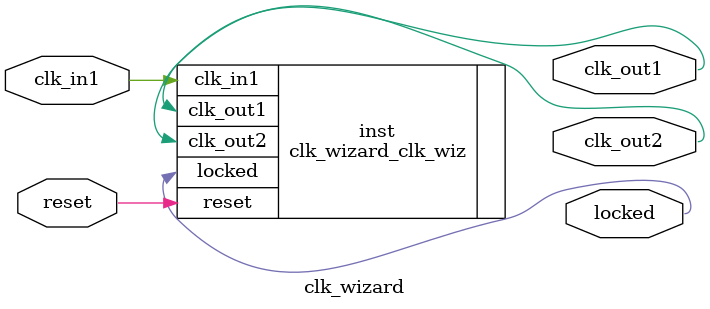
<source format=v>


`timescale 1ps/1ps

(* CORE_GENERATION_INFO = "clk_wizard,clk_wiz_v6_0_4_0_0,{component_name=clk_wizard,use_phase_alignment=true,use_min_o_jitter=false,use_max_i_jitter=false,use_dyn_phase_shift=false,use_inclk_switchover=false,use_dyn_reconfig=false,enable_axi=0,feedback_source=FDBK_AUTO,PRIMITIVE=MMCM,num_out_clk=2,clkin1_period=10.000,clkin2_period=10.000,use_power_down=false,use_reset=true,use_locked=true,use_inclk_stopped=false,feedback_type=SINGLE,CLOCK_MGR_TYPE=NA,manual_override=false}" *)

module clk_wizard 
 (
  // Clock out ports
  output        clk_out1,
  output        clk_out2,
  // Status and control signals
  input         reset,
  output        locked,
 // Clock in ports
  input         clk_in1
 );

  clk_wizard_clk_wiz inst
  (
  // Clock out ports  
  .clk_out1(clk_out1),
  .clk_out2(clk_out2),
  // Status and control signals               
  .reset(reset), 
  .locked(locked),
 // Clock in ports
  .clk_in1(clk_in1)
  );

endmodule

</source>
